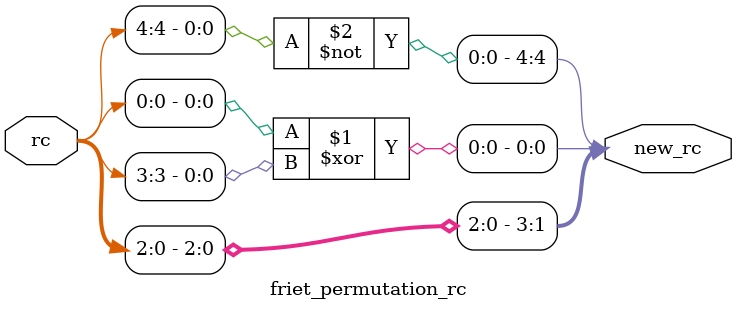
<source format=v>
/**
 Implementation by Pedro Maat C. Massolino,
 hereby denoted as "the implementer".

 To the extent possible under law, the implementer has waived all copyright
 and related or neighboring rights to the source code in this file.
 http://creativecommons.org/publicdomain/zero/1.0/
*/
module friet_permutation_rc(rc, new_rc);

input [4:0] rc;
output [4:0] new_rc;

assign new_rc[0] = rc[0] ^ rc[3];
assign new_rc[1] = rc[0];
assign new_rc[2] = rc[1];
assign new_rc[3] = rc[2];
assign new_rc[4] = ~rc[4];

endmodule
</source>
